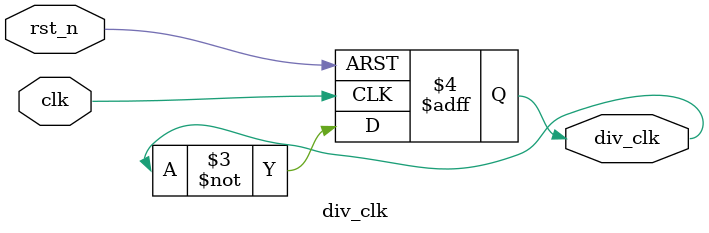
<source format=v>
module div_clk(clk,rst_n,div_clk
    );
input clk;
inout rst_n;
output reg div_clk;

always@(posedge clk or negedge rst_n)
begin
	if(!rst_n)
		div_clk <= 1'b0;
	else 
		div_clk <= ~div_clk;
end

endmodule
</source>
